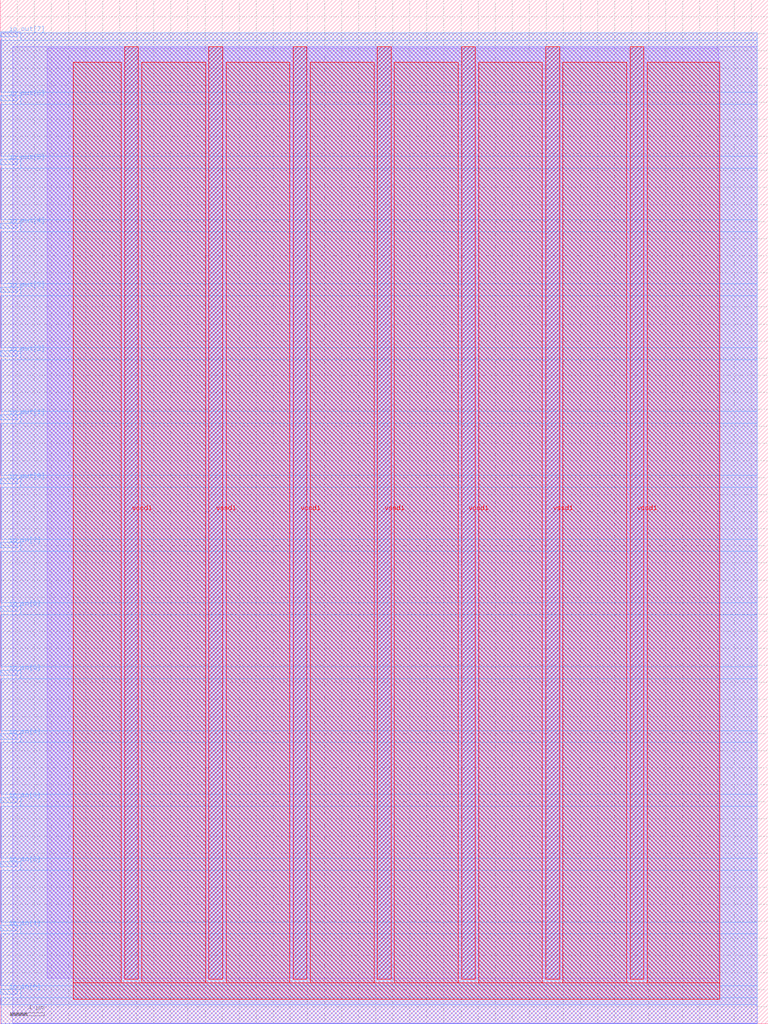
<source format=lef>
VERSION 5.7 ;
  NOWIREEXTENSIONATPIN ON ;
  DIVIDERCHAR "/" ;
  BUSBITCHARS "[]" ;
MACRO tholin_avalonsemi_5401
  CLASS BLOCK ;
  FOREIGN tholin_avalonsemi_5401 ;
  ORIGIN 0.000 0.000 ;
  SIZE 90.000 BY 120.000 ;
  PIN io_in[0]
    DIRECTION INPUT ;
    USE SIGNAL ;
    PORT
      LAYER met3 ;
        RECT 0.000 3.440 2.000 4.040 ;
    END
  END io_in[0]
  PIN io_in[1]
    DIRECTION INPUT ;
    USE SIGNAL ;
    PORT
      LAYER met3 ;
        RECT 0.000 10.920 2.000 11.520 ;
    END
  END io_in[1]
  PIN io_in[2]
    DIRECTION INPUT ;
    USE SIGNAL ;
    PORT
      LAYER met3 ;
        RECT 0.000 18.400 2.000 19.000 ;
    END
  END io_in[2]
  PIN io_in[3]
    DIRECTION INPUT ;
    USE SIGNAL ;
    PORT
      LAYER met3 ;
        RECT 0.000 25.880 2.000 26.480 ;
    END
  END io_in[3]
  PIN io_in[4]
    DIRECTION INPUT ;
    USE SIGNAL ;
    PORT
      LAYER met3 ;
        RECT 0.000 33.360 2.000 33.960 ;
    END
  END io_in[4]
  PIN io_in[5]
    DIRECTION INPUT ;
    USE SIGNAL ;
    PORT
      LAYER met3 ;
        RECT 0.000 40.840 2.000 41.440 ;
    END
  END io_in[5]
  PIN io_in[6]
    DIRECTION INPUT ;
    USE SIGNAL ;
    PORT
      LAYER met3 ;
        RECT 0.000 48.320 2.000 48.920 ;
    END
  END io_in[6]
  PIN io_in[7]
    DIRECTION INPUT ;
    USE SIGNAL ;
    PORT
      LAYER met3 ;
        RECT 0.000 55.800 2.000 56.400 ;
    END
  END io_in[7]
  PIN io_out[0]
    DIRECTION OUTPUT TRISTATE ;
    USE SIGNAL ;
    PORT
      LAYER met3 ;
        RECT 0.000 63.280 2.000 63.880 ;
    END
  END io_out[0]
  PIN io_out[1]
    DIRECTION OUTPUT TRISTATE ;
    USE SIGNAL ;
    PORT
      LAYER met3 ;
        RECT 0.000 70.760 2.000 71.360 ;
    END
  END io_out[1]
  PIN io_out[2]
    DIRECTION OUTPUT TRISTATE ;
    USE SIGNAL ;
    PORT
      LAYER met3 ;
        RECT 0.000 78.240 2.000 78.840 ;
    END
  END io_out[2]
  PIN io_out[3]
    DIRECTION OUTPUT TRISTATE ;
    USE SIGNAL ;
    PORT
      LAYER met3 ;
        RECT 0.000 85.720 2.000 86.320 ;
    END
  END io_out[3]
  PIN io_out[4]
    DIRECTION OUTPUT TRISTATE ;
    USE SIGNAL ;
    PORT
      LAYER met3 ;
        RECT 0.000 93.200 2.000 93.800 ;
    END
  END io_out[4]
  PIN io_out[5]
    DIRECTION OUTPUT TRISTATE ;
    USE SIGNAL ;
    PORT
      LAYER met3 ;
        RECT 0.000 100.680 2.000 101.280 ;
    END
  END io_out[5]
  PIN io_out[6]
    DIRECTION OUTPUT TRISTATE ;
    USE SIGNAL ;
    PORT
      LAYER met3 ;
        RECT 0.000 108.160 2.000 108.760 ;
    END
  END io_out[6]
  PIN io_out[7]
    DIRECTION OUTPUT TRISTATE ;
    USE SIGNAL ;
    PORT
      LAYER met3 ;
        RECT 0.000 115.640 2.000 116.240 ;
    END
  END io_out[7]
  PIN vccd1
    DIRECTION INOUT ;
    USE POWER ;
    PORT
      LAYER met4 ;
        RECT 14.590 5.200 16.190 114.480 ;
    END
    PORT
      LAYER met4 ;
        RECT 34.330 5.200 35.930 114.480 ;
    END
    PORT
      LAYER met4 ;
        RECT 54.070 5.200 55.670 114.480 ;
    END
    PORT
      LAYER met4 ;
        RECT 73.810 5.200 75.410 114.480 ;
    END
  END vccd1
  PIN vssd1
    DIRECTION INOUT ;
    USE GROUND ;
    PORT
      LAYER met4 ;
        RECT 24.460 5.200 26.060 114.480 ;
    END
    PORT
      LAYER met4 ;
        RECT 44.200 5.200 45.800 114.480 ;
    END
    PORT
      LAYER met4 ;
        RECT 63.940 5.200 65.540 114.480 ;
    END
  END vssd1
  OBS
      LAYER li1 ;
        RECT 5.520 5.355 84.180 114.325 ;
      LAYER met1 ;
        RECT 1.450 0.040 88.710 114.480 ;
      LAYER met2 ;
        RECT 0.090 0.010 88.690 116.125 ;
      LAYER met3 ;
        RECT 2.400 115.240 88.715 116.105 ;
        RECT 0.065 109.160 88.715 115.240 ;
        RECT 2.400 107.760 88.715 109.160 ;
        RECT 0.065 101.680 88.715 107.760 ;
        RECT 2.400 100.280 88.715 101.680 ;
        RECT 0.065 94.200 88.715 100.280 ;
        RECT 2.400 92.800 88.715 94.200 ;
        RECT 0.065 86.720 88.715 92.800 ;
        RECT 2.400 85.320 88.715 86.720 ;
        RECT 0.065 79.240 88.715 85.320 ;
        RECT 2.400 77.840 88.715 79.240 ;
        RECT 0.065 71.760 88.715 77.840 ;
        RECT 2.400 70.360 88.715 71.760 ;
        RECT 0.065 64.280 88.715 70.360 ;
        RECT 2.400 62.880 88.715 64.280 ;
        RECT 0.065 56.800 88.715 62.880 ;
        RECT 2.400 55.400 88.715 56.800 ;
        RECT 0.065 49.320 88.715 55.400 ;
        RECT 2.400 47.920 88.715 49.320 ;
        RECT 0.065 41.840 88.715 47.920 ;
        RECT 2.400 40.440 88.715 41.840 ;
        RECT 0.065 34.360 88.715 40.440 ;
        RECT 2.400 32.960 88.715 34.360 ;
        RECT 0.065 26.880 88.715 32.960 ;
        RECT 2.400 25.480 88.715 26.880 ;
        RECT 0.065 19.400 88.715 25.480 ;
        RECT 2.400 18.000 88.715 19.400 ;
        RECT 0.065 11.920 88.715 18.000 ;
        RECT 2.400 10.520 88.715 11.920 ;
        RECT 0.065 4.440 88.715 10.520 ;
        RECT 2.400 3.040 88.715 4.440 ;
        RECT 0.065 2.215 88.715 3.040 ;
      LAYER met4 ;
        RECT 8.575 4.800 14.190 112.705 ;
        RECT 16.590 4.800 24.060 112.705 ;
        RECT 26.460 4.800 33.930 112.705 ;
        RECT 36.330 4.800 43.800 112.705 ;
        RECT 46.200 4.800 53.670 112.705 ;
        RECT 56.070 4.800 63.540 112.705 ;
        RECT 65.940 4.800 73.410 112.705 ;
        RECT 75.810 4.800 84.345 112.705 ;
        RECT 8.575 2.895 84.345 4.800 ;
  END
END tholin_avalonsemi_5401
END LIBRARY


</source>
